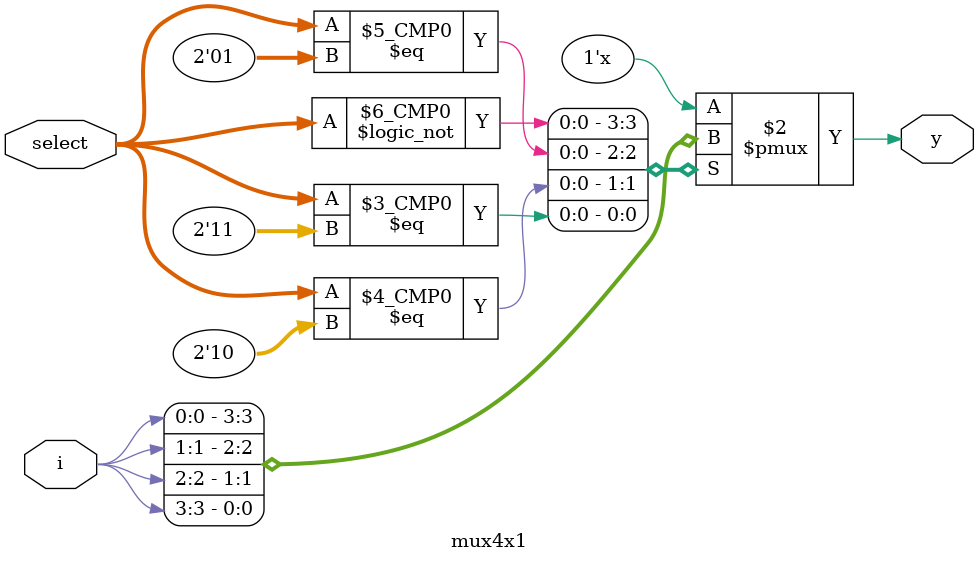
<source format=v>
module mux4x1(input [3:0]i,
              input [1:0]select,
              output reg y);
  
  
  always@*
    case(select)
      
      2'b00: y=i[0];
      2'b01: y=i[1];
      2'b10: y=i[2];
      2'b11: y=i[3];
      
    endcase
endmodule

</source>
